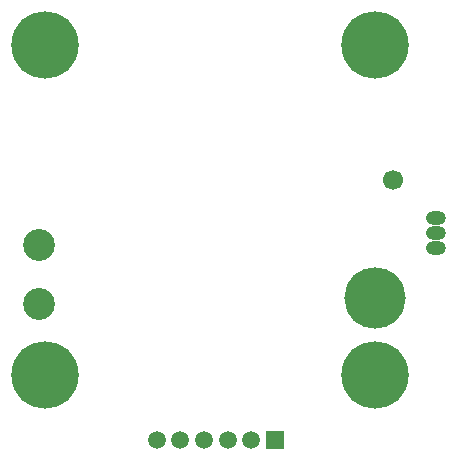
<source format=gbs>
G04 Layer_Color=16711935*
%FSTAX42Y42*%
%MOMM*%
G71*
G01*
G75*
%ADD62C,2.70*%
%ADD63O,1.70X1.20*%
%ADD64C,1.50*%
%ADD65R,1.50X1.50*%
%ADD66C,5.70*%
%ADD67C,5.20*%
%ADD68C,1.70*%
D62*
X022578Y040644D02*
D03*
Y041144D02*
D03*
D63*
X025943Y041121D02*
D03*
Y041248D02*
D03*
Y041375D02*
D03*
D64*
X023578Y039494D02*
D03*
X023778D02*
D03*
X023978D02*
D03*
X024378D02*
D03*
X024178D02*
D03*
D65*
X024578D02*
D03*
D66*
X022628Y040044D02*
D03*
Y042844D02*
D03*
X025428D02*
D03*
Y040044D02*
D03*
D67*
Y040694D02*
D03*
D68*
X025578Y041694D02*
D03*
M02*

</source>
